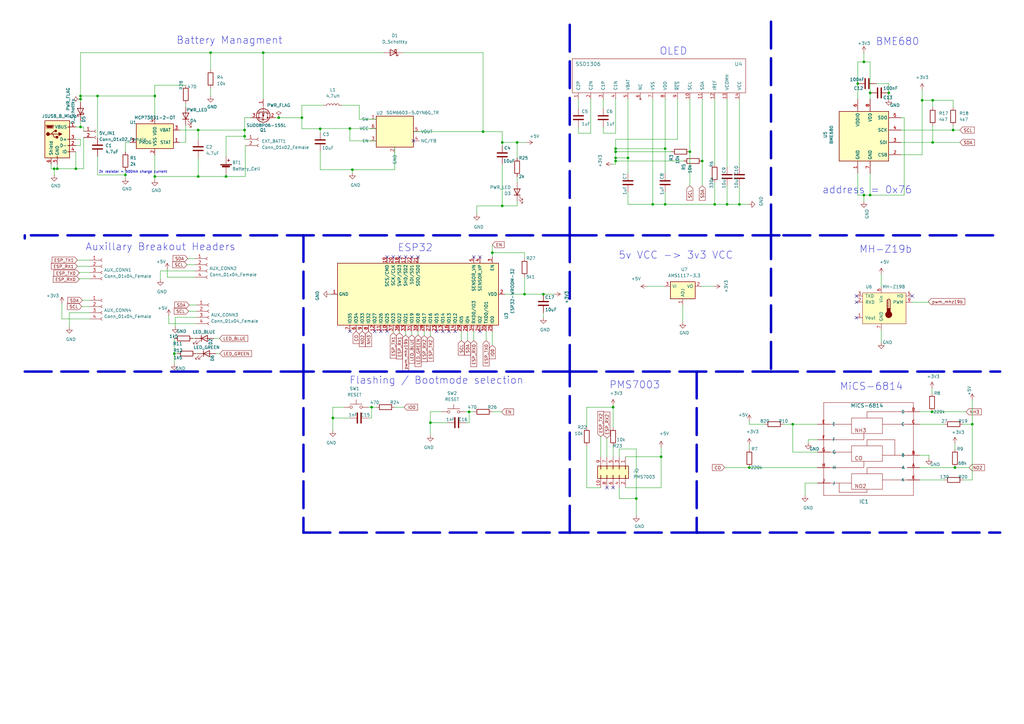
<source format=kicad_sch>
(kicad_sch (version 20210126) (generator eeschema)
  (paper "A3")
  (title_block (title "DiyAqi Esp32 Smb pcb") (date "2021-03-20") (rev "v1.0.2") (company "Elam Day-Friedland"))
  (junction (at 22.225 69.215) (diameter 0.9144))
  (junction (at 23.495 69.215) (diameter 0.9144))
  (junction (at 31.115 69.215) (diameter 0.9144))
  (junction (at 33.02 39.37) (diameter 0.9144))
  (junction (at 33.02 40.64) (diameter 0.9144))
  (junction (at 33.02 52.07) (diameter 0.9144))
  (junction (at 40.005 39.37) (diameter 0.9144))
  (junction (at 51.435 71.755) (diameter 0.9144))
  (junction (at 63.5 39.37) (diameter 0.9144))
  (junction (at 63.5 72.39) (diameter 0.9144))
  (junction (at 71.501 145.034) (diameter 0.9144))
  (junction (at 81.28 53.34) (diameter 0.9144))
  (junction (at 81.28 72.39) (diameter 0.9144))
  (junction (at 86.36 21.59) (diameter 0.9144))
  (junction (at 92.71 72.39) (diameter 0.9144))
  (junction (at 100.33 53.34) (diameter 0.9144))
  (junction (at 100.33 55.88) (diameter 0.9144))
  (junction (at 107.95 21.59) (diameter 0.9144))
  (junction (at 114.3 48.26) (diameter 0.9144))
  (junction (at 123.825 48.26) (diameter 0.9144))
  (junction (at 131.318 52.832) (diameter 0.9144))
  (junction (at 136.525 171.45) (diameter 0.9144))
  (junction (at 143.51 52.705) (diameter 0.9144))
  (junction (at 144.526 69.596) (diameter 0.9144))
  (junction (at 152.4 167.005) (diameter 0.9144))
  (junction (at 176.53 173.355) (diameter 0.9144))
  (junction (at 192.405 168.91) (diameter 0.9144))
  (junction (at 198.12 53.975) (diameter 0.9144))
  (junction (at 201.93 103.632) (diameter 0.9144))
  (junction (at 205.994 58.42) (diameter 0.9144))
  (junction (at 205.994 84.455) (diameter 0.9144))
  (junction (at 212.09 58.42) (diameter 0.9144))
  (junction (at 215.138 120.65) (diameter 0.9144))
  (junction (at 222.885 120.65) (diameter 0.9144))
  (junction (at 251.46 167.005) (diameter 0.9144))
  (junction (at 252.476 60.96) (diameter 0.9144))
  (junction (at 252.476 62.23) (diameter 0.9144))
  (junction (at 252.476 64.77) (diameter 0.9144))
  (junction (at 252.476 66.04) (diameter 0.9144))
  (junction (at 257.556 64.77) (diameter 0.9144))
  (junction (at 260.985 204.47) (diameter 0.9144))
  (junction (at 267.716 83.82) (diameter 0.9144))
  (junction (at 271.145 187.325) (diameter 0.9144))
  (junction (at 272.796 60.96) (diameter 0.9144))
  (junction (at 272.796 83.82) (diameter 0.9144))
  (junction (at 282.956 62.23) (diameter 0.9144))
  (junction (at 288.036 66.04) (diameter 0.9144))
  (junction (at 293.116 83.82) (diameter 0.9144))
  (junction (at 298.196 83.82) (diameter 0.9144))
  (junction (at 303.276 83.82) (diameter 0.9144))
  (junction (at 307.34 191.77) (diameter 0.9144))
  (junction (at 325.12 173.99) (diameter 0.9144))
  (junction (at 351.79 34.29) (diameter 0.9144))
  (junction (at 354.33 25.4) (diameter 0.9144))
  (junction (at 354.33 80.01) (diameter 0.9144))
  (junction (at 356.87 38.1) (diameter 0.9144))
  (junction (at 356.87 80.01) (diameter 0.9144))
  (junction (at 364.49 38.1) (diameter 0.9144))
  (junction (at 378.206 41.148) (diameter 0.9144))
  (junction (at 382.27 168.91) (diameter 0.9144))
  (junction (at 382.524 41.148) (diameter 0.9144))
  (junction (at 382.524 58.42) (diameter 0.9144))
  (junction (at 390.906 53.34) (diameter 0.9144))
  (junction (at 391.668 191.77) (diameter 0.9144))
  (junction (at 398.78 173.99) (diameter 0.9144))
  (no_connect (at 143.51 135.89))
  (no_connect (at 153.67 135.89))
  (no_connect (at 156.21 135.89))
  (no_connect (at 158.75 105.41))
  (no_connect (at 158.75 135.89))
  (no_connect (at 161.29 105.41))
  (no_connect (at 163.83 105.41))
  (no_connect (at 166.37 105.41))
  (no_connect (at 168.91 105.41))
  (no_connect (at 169.545 57.785))
  (no_connect (at 171.45 105.41))
  (no_connect (at 179.07 135.89))
  (no_connect (at 181.61 135.89))
  (no_connect (at 184.15 135.89))
  (no_connect (at 186.69 135.89))
  (no_connect (at 194.31 105.41))
  (no_connect (at 196.85 105.41))
  (no_connect (at 196.85 135.89))
  (no_connect (at 248.92 200.025))
  (no_connect (at 251.46 200.025))
  (no_connect (at 351.282 121.412))
  (no_connect (at 351.282 123.952))
  (no_connect (at 351.282 130.302))
  (no_connect (at 374.142 121.412))
  (wire (pts (xy 20.955 67.31) (xy 20.955 69.215)))
  (wire (pts (xy 20.955 69.215) (xy 22.225 69.215)))
  (wire (pts (xy 22.225 69.215) (xy 22.225 71.755)))
  (wire (pts (xy 22.225 69.215) (xy 23.495 69.215)))
  (wire (pts (xy 23.495 67.31) (xy 23.495 69.215)))
  (wire (pts (xy 23.495 69.215) (xy 31.115 69.215)))
  (wire (pts (xy 25.4 130.81) (xy 25.4 124.46)))
  (wire (pts (xy 28.448 128.27) (xy 28.448 134.112)))
  (wire (pts (xy 31.115 52.07) (xy 33.02 52.07)))
  (wire (pts (xy 31.115 57.15) (xy 33.02 57.15)))
  (wire (pts (xy 31.115 59.69) (xy 33.02 59.69)))
  (wire (pts (xy 31.115 62.23) (xy 31.115 69.215)))
  (wire (pts (xy 31.75 106.68) (xy 36.83 106.68)))
  (wire (pts (xy 31.75 109.22) (xy 36.83 109.22)))
  (wire (pts (xy 32.512 111.76) (xy 32.512 112.014)))
  (wire (pts (xy 32.512 114.3) (xy 32.512 114.554)))
  (wire (pts (xy 33.02 21.59) (xy 33.02 39.37)))
  (wire (pts (xy 33.02 21.59) (xy 86.36 21.59)))
  (wire (pts (xy 33.02 39.37) (xy 33.02 40.64)))
  (wire (pts (xy 33.02 40.64) (xy 33.02 41.91)))
  (wire (pts (xy 33.02 49.53) (xy 33.02 52.07)))
  (wire (pts (xy 33.02 52.07) (xy 34.29 52.07)))
  (wire (pts (xy 33.02 57.15) (xy 33.02 59.69)))
  (wire (pts (xy 33.528 125.73) (xy 36.83 125.73)))
  (wire (pts (xy 33.782 123.19) (xy 36.83 123.19)))
  (wire (pts (xy 34.29 52.07) (xy 34.29 53.848)))
  (wire (pts (xy 34.29 56.388) (xy 34.29 69.215)))
  (wire (pts (xy 34.29 69.215) (xy 31.115 69.215)))
  (wire (pts (xy 36.83 111.76) (xy 32.512 111.76)))
  (wire (pts (xy 36.83 114.3) (xy 32.512 114.3)))
  (wire (pts (xy 36.83 128.27) (xy 28.448 128.27)))
  (wire (pts (xy 36.83 130.81) (xy 25.4 130.81)))
  (wire (pts (xy 40.005 39.37) (xy 33.02 39.37)))
  (wire (pts (xy 40.005 39.37) (xy 40.005 56.515)))
  (wire (pts (xy 40.005 64.135) (xy 40.005 71.755)))
  (wire (pts (xy 40.005 71.755) (xy 51.435 71.755)))
  (wire (pts (xy 51.435 58.42) (xy 51.435 62.23)))
  (wire (pts (xy 51.435 69.85) (xy 51.435 71.755)))
  (wire (pts (xy 51.435 71.755) (xy 51.435 73.025)))
  (wire (pts (xy 53.34 58.42) (xy 51.435 58.42)))
  (wire (pts (xy 63.5 34.925) (xy 63.5 39.37)))
  (wire (pts (xy 63.5 39.37) (xy 40.005 39.37)))
  (wire (pts (xy 63.5 39.37) (xy 63.5 48.26)))
  (wire (pts (xy 63.5 63.5) (xy 63.5 72.39)))
  (wire (pts (xy 63.5 72.39) (xy 63.5 73.66)))
  (wire (pts (xy 63.5 72.39) (xy 81.28 72.39)))
  (wire (pts (xy 65.786 111.125) (xy 65.786 114.554)))
  (wire (pts (xy 68.58 113.665) (xy 68.58 110.49)))
  (wire (pts (xy 69.215 132.715) (xy 69.215 129.54)))
  (wire (pts (xy 71.501 138.811) (xy 71.501 145.034)))
  (wire (pts (xy 71.501 145.034) (xy 71.501 149.225)))
  (wire (pts (xy 71.882 130.175) (xy 71.882 133.985)))
  (wire (pts (xy 72.771 145.034) (xy 71.501 145.034)))
  (wire (pts (xy 73.66 53.34) (xy 81.28 53.34)))
  (wire (pts (xy 73.66 58.42) (xy 76.2 58.42)))
  (wire (pts (xy 76.2 34.925) (xy 63.5 34.925)))
  (wire (pts (xy 76.2 42.545) (xy 76.2 43.815)))
  (wire (pts (xy 76.2 51.435) (xy 76.2 58.42)))
  (wire (pts (xy 76.708 108.585) (xy 80.01 108.585)))
  (wire (pts (xy 76.962 106.045) (xy 80.01 106.045)))
  (wire (pts (xy 77.343 127.635) (xy 80.645 127.635)))
  (wire (pts (xy 77.597 125.095) (xy 80.645 125.095)))
  (wire (pts (xy 79.121 138.811) (xy 80.01 138.811)))
  (wire (pts (xy 80.01 111.125) (xy 65.786 111.125)))
  (wire (pts (xy 80.01 113.665) (xy 68.58 113.665)))
  (wire (pts (xy 80.391 145.034) (xy 80.899 145.034)))
  (wire (pts (xy 80.645 130.175) (xy 71.882 130.175)))
  (wire (pts (xy 80.645 132.715) (xy 69.215 132.715)))
  (wire (pts (xy 81.28 53.34) (xy 81.28 57.15)))
  (wire (pts (xy 81.28 53.34) (xy 100.33 53.34)))
  (wire (pts (xy 81.28 64.77) (xy 81.28 72.39)))
  (wire (pts (xy 81.28 72.39) (xy 92.71 72.39)))
  (wire (pts (xy 86.36 21.59) (xy 86.36 28.575)))
  (wire (pts (xy 86.36 21.59) (xy 107.95 21.59)))
  (wire (pts (xy 86.36 36.195) (xy 86.36 39.37)))
  (wire (pts (xy 87.63 138.811) (xy 90.043 138.811)))
  (wire (pts (xy 88.519 145.034) (xy 90.17 145.034)))
  (wire (pts (xy 92.71 55.88) (xy 92.71 64.135)))
  (wire (pts (xy 92.71 55.88) (xy 100.33 55.88)))
  (wire (pts (xy 92.71 71.755) (xy 92.71 72.39)))
  (wire (pts (xy 92.71 72.39) (xy 100.584 72.39)))
  (wire (pts (xy 100.33 48.26) (xy 100.33 53.34)))
  (wire (pts (xy 100.33 48.26) (xy 102.87 48.26)))
  (wire (pts (xy 100.33 53.34) (xy 100.33 55.88)))
  (wire (pts (xy 100.33 57.15) (xy 100.33 55.88)))
  (wire (pts (xy 100.33 57.15) (xy 100.965 57.15)))
  (wire (pts (xy 100.584 59.69) (xy 100.965 59.69)))
  (wire (pts (xy 100.584 72.39) (xy 100.584 59.69)))
  (wire (pts (xy 107.95 21.59) (xy 107.95 40.64)))
  (wire (pts (xy 107.95 21.59) (xy 157.48 21.59)))
  (wire (pts (xy 113.03 48.26) (xy 114.3 48.26)))
  (wire (pts (xy 114.3 48.26) (xy 123.825 48.26)))
  (wire (pts (xy 123.825 43.18) (xy 132.715 43.18)))
  (wire (pts (xy 123.825 48.26) (xy 123.825 43.18)))
  (wire (pts (xy 123.825 48.26) (xy 123.825 52.832)))
  (wire (pts (xy 131.318 52.705) (xy 131.318 52.832)))
  (wire (pts (xy 131.318 52.705) (xy 143.51 52.705)))
  (wire (pts (xy 131.318 52.832) (xy 123.825 52.832)))
  (wire (pts (xy 131.318 52.832) (xy 131.318 54.356)))
  (wire (pts (xy 131.318 61.976) (xy 131.318 69.596)))
  (wire (pts (xy 131.318 69.596) (xy 144.526 69.596)))
  (wire (pts (xy 135.89 120.65) (xy 135.255 120.65)))
  (wire (pts (xy 136.525 167.005) (xy 136.525 171.45)))
  (wire (pts (xy 136.525 171.45) (xy 136.525 176.53)))
  (wire (pts (xy 140.335 43.18) (xy 147.32 43.18)))
  (wire (pts (xy 140.97 167.005) (xy 136.525 167.005)))
  (wire (pts (xy 143.51 57.785) (xy 143.51 52.705)))
  (wire (pts (xy 143.51 57.785) (xy 154.305 57.785)))
  (wire (pts (xy 143.51 171.45) (xy 136.525 171.45)))
  (wire (pts (xy 144.526 69.596) (xy 144.526 70.866)))
  (wire (pts (xy 147.32 43.18) (xy 147.32 48.895)))
  (wire (pts (xy 147.32 48.895) (xy 154.305 48.895)))
  (wire (pts (xy 151.13 167.005) (xy 152.4 167.005)))
  (wire (pts (xy 151.13 171.45) (xy 152.4 171.45)))
  (wire (pts (xy 152.4 167.005) (xy 154.305 167.005)))
  (wire (pts (xy 152.4 171.45) (xy 152.4 167.005)))
  (wire (pts (xy 154.305 52.705) (xy 143.51 52.705)))
  (wire (pts (xy 161.29 135.89) (xy 161.29 136.525)))
  (wire (pts (xy 161.925 60.325) (xy 161.925 69.596)))
  (wire (pts (xy 161.925 69.596) (xy 144.526 69.596)))
  (wire (pts (xy 161.925 167.005) (xy 165.735 167.005)))
  (wire (pts (xy 163.83 135.89) (xy 163.83 136.525)))
  (wire (pts (xy 165.1 21.59) (xy 198.12 21.59)))
  (wire (pts (xy 166.37 135.89) (xy 166.37 137.414)))
  (wire (pts (xy 168.91 135.89) (xy 168.91 137.414)))
  (wire (pts (xy 169.545 53.975) (xy 198.12 53.975)))
  (wire (pts (xy 171.45 135.89) (xy 171.45 137.414)))
  (wire (pts (xy 173.99 135.89) (xy 173.99 137.668)))
  (wire (pts (xy 176.53 135.89) (xy 176.53 137.795)))
  (wire (pts (xy 176.53 168.91) (xy 176.53 173.355)))
  (wire (pts (xy 176.53 173.355) (xy 176.53 178.435)))
  (wire (pts (xy 180.975 168.91) (xy 176.53 168.91)))
  (wire (pts (xy 183.515 173.355) (xy 176.53 173.355)))
  (wire (pts (xy 189.23 135.89) (xy 189.23 139.7)))
  (wire (pts (xy 191.135 168.91) (xy 192.405 168.91)))
  (wire (pts (xy 191.135 173.355) (xy 192.405 173.355)))
  (wire (pts (xy 191.77 135.89) (xy 191.77 139.7)))
  (wire (pts (xy 192.405 168.91) (xy 194.31 168.91)))
  (wire (pts (xy 192.405 173.355) (xy 192.405 168.91)))
  (wire (pts (xy 194.31 135.89) (xy 194.31 139.7)))
  (wire (pts (xy 195.58 84.455) (xy 205.994 84.455)))
  (wire (pts (xy 195.58 87.757) (xy 195.58 84.455)))
  (wire (pts (xy 198.12 21.59) (xy 198.12 53.975)))
  (wire (pts (xy 198.12 53.975) (xy 205.994 53.975)))
  (wire (pts (xy 199.39 135.89) (xy 199.39 139.7)))
  (wire (pts (xy 201.93 100.33) (xy 201.93 103.632)))
  (wire (pts (xy 201.93 103.632) (xy 201.93 105.41)))
  (wire (pts (xy 201.93 103.632) (xy 215.138 103.632)))
  (wire (pts (xy 201.93 135.89) (xy 201.93 141.605)))
  (wire (pts (xy 201.93 168.91) (xy 205.74 168.91)))
  (wire (pts (xy 205.994 53.975) (xy 205.994 58.42)))
  (wire (pts (xy 205.994 58.42) (xy 205.994 59.69)))
  (wire (pts (xy 205.994 67.31) (xy 205.994 84.455)))
  (wire (pts (xy 205.994 84.455) (xy 212.09 84.455)))
  (wire (pts (xy 207.01 120.65) (xy 215.138 120.65)))
  (wire (pts (xy 212.09 58.42) (xy 205.994 58.42)))
  (wire (pts (xy 212.09 58.42) (xy 212.09 64.77)))
  (wire (pts (xy 212.09 58.42) (xy 215.9 58.42)))
  (wire (pts (xy 212.09 72.39) (xy 212.09 74.93)))
  (wire (pts (xy 212.09 82.55) (xy 212.09 84.455)))
  (wire (pts (xy 215.138 103.632) (xy 215.138 105.918)))
  (wire (pts (xy 215.138 113.538) (xy 215.138 120.65)))
  (wire (pts (xy 215.138 120.65) (xy 222.885 120.65)))
  (wire (pts (xy 222.885 120.65) (xy 227.33 120.65)))
  (wire (pts (xy 222.885 128.27) (xy 222.885 130.175)))
  (wire (pts (xy 237.236 40.64) (xy 237.236 44.45)))
  (wire (pts (xy 237.236 52.07) (xy 237.236 54.61)))
  (wire (pts (xy 240.665 167.005) (xy 251.46 167.005)))
  (wire (pts (xy 240.665 175.26) (xy 240.665 167.005)))
  (wire (pts (xy 240.665 200.025) (xy 240.665 182.88)))
  (wire (pts (xy 242.316 40.64) (xy 242.316 54.61)))
  (wire (pts (xy 242.316 54.61) (xy 237.236 54.61)))
  (wire (pts (xy 246.38 179.07) (xy 246.38 187.325)))
  (wire (pts (xy 246.38 200.025) (xy 240.665 200.025)))
  (wire (pts (xy 247.396 40.64) (xy 247.396 44.45)))
  (wire (pts (xy 247.396 52.07) (xy 247.396 54.61)))
  (wire (pts (xy 247.396 54.61) (xy 252.476 54.61)))
  (wire (pts (xy 248.92 179.705) (xy 248.92 187.325)))
  (wire (pts (xy 251.206 67.31) (xy 252.476 67.31)))
  (wire (pts (xy 251.46 166.37) (xy 251.46 167.005)))
  (wire (pts (xy 251.46 167.005) (xy 251.46 175.26)))
  (wire (pts (xy 251.46 182.88) (xy 251.46 187.325)))
  (wire (pts (xy 252.476 40.64) (xy 252.476 54.61)))
  (wire (pts (xy 252.476 57.15) (xy 252.476 60.96)))
  (wire (pts (xy 252.476 57.15) (xy 277.876 57.15)))
  (wire (pts (xy 252.476 60.96) (xy 252.476 62.23)))
  (wire (pts (xy 252.476 60.96) (xy 272.796 60.96)))
  (wire (pts (xy 252.476 62.23) (xy 252.476 64.77)))
  (wire (pts (xy 252.476 62.23) (xy 275.336 62.23)))
  (wire (pts (xy 252.476 64.77) (xy 252.476 66.04)))
  (wire (pts (xy 252.476 64.77) (xy 257.556 64.77)))
  (wire (pts (xy 252.476 66.04) (xy 252.476 67.31)))
  (wire (pts (xy 252.476 66.04) (xy 280.416 66.04)))
  (wire (pts (xy 254 184.15) (xy 260.985 184.15)))
  (wire (pts (xy 254 187.325) (xy 254 184.15)))
  (wire (pts (xy 254 200.025) (xy 254 204.47)))
  (wire (pts (xy 254 204.47) (xy 260.985 204.47)))
  (wire (pts (xy 256.54 187.325) (xy 271.145 187.325)))
  (wire (pts (xy 256.54 200.025) (xy 271.145 200.025)))
  (wire (pts (xy 257.556 64.77) (xy 257.556 40.64)))
  (wire (pts (xy 257.556 71.12) (xy 257.556 64.77)))
  (wire (pts (xy 257.556 78.74) (xy 257.556 83.82)))
  (wire (pts (xy 257.556 83.82) (xy 267.716 83.82)))
  (wire (pts (xy 260.985 184.15) (xy 260.985 204.47)))
  (wire (pts (xy 260.985 204.47) (xy 260.985 211.455)))
  (wire (pts (xy 265.43 117.475) (xy 272.415 117.475)))
  (wire (pts (xy 267.716 83.82) (xy 267.716 40.64)))
  (wire (pts (xy 271.145 187.325) (xy 271.145 183.515)))
  (wire (pts (xy 271.145 200.025) (xy 271.145 187.325)))
  (wire (pts (xy 272.796 60.96) (xy 272.796 40.64)))
  (wire (pts (xy 272.796 71.12) (xy 272.796 60.96)))
  (wire (pts (xy 272.796 78.74) (xy 272.796 83.82)))
  (wire (pts (xy 272.796 83.82) (xy 267.716 83.82)))
  (wire (pts (xy 272.796 83.82) (xy 293.116 83.82)))
  (wire (pts (xy 277.876 40.64) (xy 277.876 57.15)))
  (wire (pts (xy 280.035 125.095) (xy 280.035 132.08)))
  (wire (pts (xy 282.956 62.23) (xy 282.956 40.64)))
  (wire (pts (xy 282.956 76.2) (xy 282.956 62.23)))
  (wire (pts (xy 287.655 117.475) (xy 292.735 117.475)))
  (wire (pts (xy 288.036 66.04) (xy 288.036 40.64)))
  (wire (pts (xy 288.036 76.2) (xy 288.036 66.04)))
  (wire (pts (xy 293.116 67.31) (xy 293.116 40.64)))
  (wire (pts (xy 293.116 83.82) (xy 293.116 74.93)))
  (wire (pts (xy 293.116 83.82) (xy 298.196 83.82)))
  (wire (pts (xy 297.18 191.77) (xy 307.34 191.77)))
  (wire (pts (xy 298.196 68.58) (xy 298.196 40.64)))
  (wire (pts (xy 298.196 83.82) (xy 298.196 76.2)))
  (wire (pts (xy 298.196 83.82) (xy 303.276 83.82)))
  (wire (pts (xy 303.276 68.58) (xy 303.276 40.64)))
  (wire (pts (xy 303.276 83.82) (xy 303.276 76.2)))
  (wire (pts (xy 303.276 83.82) (xy 307.086 83.82)))
  (wire (pts (xy 307.34 172.72) (xy 307.34 173.99)))
  (wire (pts (xy 307.34 182.372) (xy 307.34 184.15)))
  (wire (pts (xy 307.34 191.77) (xy 335.28 191.77)))
  (wire (pts (xy 313.69 173.99) (xy 307.34 173.99)))
  (wire (pts (xy 321.31 173.99) (xy 325.12 173.99)))
  (wire (pts (xy 325.12 173.99) (xy 325.12 185.42)))
  (wire (pts (xy 325.12 173.99) (xy 335.28 173.99)))
  (wire (pts (xy 330.2 198.12) (xy 330.2 203.2)))
  (wire (pts (xy 331.47 180.34) (xy 331.47 181.61)))
  (wire (pts (xy 335.28 180.34) (xy 331.47 180.34)))
  (wire (pts (xy 335.28 185.42) (xy 325.12 185.42)))
  (wire (pts (xy 335.28 198.12) (xy 330.2 198.12)))
  (wire (pts (xy 351.79 25.4) (xy 351.79 34.29)))
  (wire (pts (xy 351.79 25.4) (xy 354.33 25.4)))
  (wire (pts (xy 351.79 34.29) (xy 351.79 40.64)))
  (wire (pts (xy 351.79 71.12) (xy 351.79 80.01)))
  (wire (pts (xy 351.79 80.01) (xy 354.33 80.01)))
  (wire (pts (xy 354.33 21.59) (xy 354.33 25.4)))
  (wire (pts (xy 354.33 25.4) (xy 356.87 25.4)))
  (wire (pts (xy 354.33 80.01) (xy 356.87 80.01)))
  (wire (pts (xy 354.33 82.55) (xy 354.33 80.01)))
  (wire (pts (xy 356.87 25.4) (xy 356.87 38.1)))
  (wire (pts (xy 356.87 38.1) (xy 356.87 40.64)))
  (wire (pts (xy 356.87 71.12) (xy 356.87 80.01)))
  (wire (pts (xy 359.41 34.29) (xy 364.49 34.29)))
  (wire (pts (xy 361.442 112.522) (xy 361.442 117.602)))
  (wire (pts (xy 361.442 135.382) (xy 361.442 140.462)))
  (wire (pts (xy 364.49 34.29) (xy 364.49 38.1)))
  (wire (pts (xy 364.49 38.1) (xy 364.49 40.64)))
  (wire (pts (xy 369.57 48.26) (xy 370.84 48.26)))
  (wire (pts (xy 369.57 53.34) (xy 390.906 53.34)))
  (wire (pts (xy 369.57 58.42) (xy 382.524 58.42)))
  (wire (pts (xy 369.57 63.5) (xy 378.206 63.5)))
  (wire (pts (xy 370.84 48.26) (xy 370.84 80.01)))
  (wire (pts (xy 370.84 80.01) (xy 356.87 80.01)))
  (wire (pts (xy 374.142 123.952) (xy 380.746 123.952)))
  (wire (pts (xy 377.19 168.91) (xy 382.27 168.91)))
  (wire (pts (xy 377.19 173.99) (xy 387.35 173.99)))
  (wire (pts (xy 377.19 186.69) (xy 381 186.69)))
  (wire (pts (xy 377.19 191.77) (xy 391.668 191.77)))
  (wire (pts (xy 377.19 196.85) (xy 387.35 196.85)))
  (wire (pts (xy 378.206 36.83) (xy 378.206 41.148)))
  (wire (pts (xy 378.206 41.148) (xy 382.524 41.148)))
  (wire (pts (xy 378.206 63.5) (xy 378.206 41.148)))
  (wire (pts (xy 380.746 123.952) (xy 380.746 123.698)))
  (wire (pts (xy 381 186.69) (xy 381 187.96)))
  (wire (pts (xy 382.27 159.258) (xy 382.27 161.29)))
  (wire (pts (xy 382.27 168.91) (xy 396.24 168.91)))
  (wire (pts (xy 382.524 41.148) (xy 382.524 43.942)))
  (wire (pts (xy 382.524 41.148) (xy 390.906 41.148)))
  (wire (pts (xy 382.524 51.562) (xy 382.524 58.42)))
  (wire (pts (xy 382.524 58.42) (xy 393.7 58.42)))
  (wire (pts (xy 390.906 41.148) (xy 390.906 43.942)))
  (wire (pts (xy 390.906 51.562) (xy 390.906 53.34)))
  (wire (pts (xy 390.906 53.34) (xy 393.7 53.34)))
  (wire (pts (xy 391.668 181.864) (xy 391.668 184.15)))
  (wire (pts (xy 391.668 191.77) (xy 397.51 191.77)))
  (wire (pts (xy 394.97 173.99) (xy 398.78 173.99)))
  (wire (pts (xy 394.97 196.85) (xy 398.78 196.85)))
  (wire (pts (xy 398.78 173.99) (xy 398.78 164.084)))
  (wire (pts (xy 398.78 173.99) (xy 398.78 196.85)))
  (polyline (pts (xy 10.16 96.52) (xy 10.16 97.79)) (stroke (width 1) (type dash)))
  (polyline (pts (xy 10.16 152.4) (xy 124.46 152.4)) (stroke (width 1) (type dash)))
  (polyline (pts (xy 124.46 152.4) (xy 124.46 96.52)) (stroke (width 1) (type dash)))
  (polyline (pts (xy 124.46 152.4) (xy 124.46 218.44)) (stroke (width 1) (type dash)))
  (polyline (pts (xy 124.46 218.44) (xy 233.68 218.44)) (stroke (width 1) (type dash)))
  (polyline (pts (xy 233.68 10.16) (xy 233.68 96.52)) (stroke (width 1) (type dash)))
  (polyline (pts (xy 233.68 96.52) (xy 10.16 96.52)) (stroke (width 1) (type dash)))
  (polyline (pts (xy 233.68 96.52) (xy 233.68 152.4)) (stroke (width 1) (type dash)))
  (polyline (pts (xy 233.68 96.52) (xy 321.31 96.52)) (stroke (width 1) (type dash)))
  (polyline (pts (xy 233.68 152.4) (xy 124.46 152.4)) (stroke (width 1) (type dash)))
  (polyline (pts (xy 233.68 152.4) (xy 316.23 152.4)) (stroke (width 1) (type dash)))
  (polyline (pts (xy 233.68 218.44) (xy 233.68 152.4)) (stroke (width 1) (type dash)))
  (polyline (pts (xy 285.75 152.4) (xy 285.75 218.44)) (stroke (width 1) (type dash)))
  (polyline (pts (xy 285.75 218.44) (xy 410.21 218.44)) (stroke (width 1) (type dash)))
  (polyline (pts (xy 286.385 218.44) (xy 233.68 218.44)) (stroke (width 1) (type dash)))
  (polyline (pts (xy 316.23 8.89) (xy 316.23 95.25)) (stroke (width 1) (type dash)))
  (polyline (pts (xy 316.23 95.25) (xy 316.23 152.4)) (stroke (width 1) (type dash)))
  (polyline (pts (xy 316.23 152.4) (xy 410.21 152.4)) (stroke (width 1) (type dash)))
  (polyline (pts (xy 321.31 96.52) (xy 410.21 96.52)) (stroke (width 1) (type dash)))
  (text "2k resistor = 500mA charge current\n\n" (at 68.58 72.771 180) (effects (font (size 1 1)) (justify right bottom)))
  (text "Auxillary Breakout Headers\n" (at 96.647 103.124 180) (effects (font (size 3 3)) (justify right bottom)))
  (text "Battery Managment " (at 118.237 18.415 180) (effects (font (size 3 3)) (justify right bottom)))
  (text "ESP32\n" (at 177.546 103.505 180) (effects (font (size 3 3)) (justify right bottom)))
  (text "Flashing / Bootmode selection\n" (at 214.757 157.861 180) (effects (font (size 3 3)) (justify right bottom)))
  (text "PMS7003 \n\n\n" (at 273.05 169.418 180) (effects (font (size 3 3)) (justify right bottom)))
  (text "OLED\n" (at 281.94 22.86 180) (effects (font (size 3 3)) (justify right bottom)))
  (text "5v VCC -> 3v3 VCC\n" (at 300.736 106.553 180) (effects (font (size 3 3)) (justify right bottom)))
  (text "MiCS-6814\n" (at 370.459 160.401 180) (effects (font (size 3 3)) (justify right bottom)))
  (text "address = 0x76\n" (at 374.142 79.756 180) (effects (font (size 3 3)) (justify right bottom)))
  (text "MH-Z19b\n" (at 374.142 104.14 180) (effects (font (size 3 3)) (justify right bottom)))
  (text "BME680\n" (at 377.063 18.923 180) (effects (font (size 3 3)) (justify right bottom)))
  (global_label "ESP_TX1" (shape input) (at 31.75 106.68 180) (property "Intersheet References" "${INTERSHEET_REFS}" (effects hide)))
  (global_label "ESP_RX1" (shape input) (at 31.75 109.22 180) (property "Intersheet References" "${INTERSHEET_REFS}" (effects hide)))
  (global_label "ESP_TX0" (shape input) (at 32.512 112.014 180) (property "Intersheet References" "${INTERSHEET_REFS}" (effects hide)))
  (global_label "ESP_RX0" (shape input) (at 32.512 114.554 180) (property "Intersheet References" "${INTERSHEET_REFS}" (effects hide)))
  (global_label "SCL" (shape input) (at 33.528 125.73 180) (property "Intersheet References" "${INTERSHEET_REFS}" (effects hide)))
  (global_label "SDA" (shape input) (at 33.782 123.19 180) (property "Intersheet References" "${INTERSHEET_REFS}" (effects hide)))
  (global_label "SCL" (shape input) (at 76.708 108.585 180) (property "Intersheet References" "${INTERSHEET_REFS}" (effects hide)))
  (global_label "SDA" (shape input) (at 76.962 106.045 180) (property "Intersheet References" "${INTERSHEET_REFS}" (effects hide)))
  (global_label "SCL" (shape input) (at 77.343 127.635 180) (property "Intersheet References" "${INTERSHEET_REFS}" (effects hide)))
  (global_label "SDA" (shape input) (at 77.597 125.095 180) (property "Intersheet References" "${INTERSHEET_REFS}" (effects hide)))
  (global_label "LED_BLUE" (shape input) (at 90.043 138.811 0) (property "Intersheet References" "${INTERSHEET_REFS}" (effects hide)))
  (global_label "LED_GREEN" (shape input) (at 90.17 145.034 0) (property "Intersheet References" "${INTERSHEET_REFS}" (effects hide)))
  (global_label "CO" (shape input) (at 146.05 135.89 270) (property "Intersheet References" "${INTERSHEET_REFS}" (effects hide)))
  (global_label "NO2" (shape input) (at 148.59 135.89 270) (property "Intersheet References" "${INTERSHEET_REFS}" (effects hide)))
  (global_label "NH3" (shape input) (at 151.13 135.89 270) (property "Intersheet References" "${INTERSHEET_REFS}" (effects hide)))
  (global_label "ESP_TX1" (shape input) (at 161.29 136.525 270) (property "Intersheet References" "${INTERSHEET_REFS}" (effects hide)))
  (global_label "ESP_RX1" (shape input) (at 163.83 136.525 270) (property "Intersheet References" "${INTERSHEET_REFS}" (effects hide)))
  (global_label "IO0" (shape input) (at 165.735 167.005 0) (property "Intersheet References" "${INTERSHEET_REFS}" (effects hide)))
  (global_label "pwm_mhz19b" (shape input) (at 166.37 137.414 270) (property "Intersheet References" "${INTERSHEET_REFS}" (effects hide)))
  (global_label "LED_BLUE" (shape input) (at 168.91 137.414 270) (property "Intersheet References" "${INTERSHEET_REFS}" (effects hide)))
  (global_label "LED_GREEN" (shape input) (at 171.45 137.414 270) (property "Intersheet References" "${INTERSHEET_REFS}" (effects hide)))
  (global_label "ESP_RX2" (shape input) (at 173.99 137.668 270) (property "Intersheet References" "${INTERSHEET_REFS}" (effects hide)))
  (global_label "ESP_TX2" (shape input) (at 176.53 137.795 270) (property "Intersheet References" "${INTERSHEET_REFS}" (effects hide)))
  (global_label "SCL" (shape input) (at 189.23 139.7 270) (property "Intersheet References" "${INTERSHEET_REFS}" (effects hide)))
  (global_label "SDA" (shape input) (at 191.77 139.7 270) (property "Intersheet References" "${INTERSHEET_REFS}" (effects hide)))
  (global_label "ESP_RX0" (shape input) (at 194.31 139.7 270) (property "Intersheet References" "${INTERSHEET_REFS}" (effects hide)))
  (global_label "ESP_TX0" (shape input) (at 199.39 139.7 270) (property "Intersheet References" "${INTERSHEET_REFS}" (effects hide)))
  (global_label "EN" (shape input) (at 201.93 100.33 0) (property "Intersheet References" "${INTERSHEET_REFS}" (effects hide)))
  (global_label "IO0" (shape input) (at 201.93 141.605 270) (property "Intersheet References" "${INTERSHEET_REFS}" (effects hide)))
  (global_label "EN" (shape input) (at 205.74 168.91 0) (property "Intersheet References" "${INTERSHEET_REFS}" (effects hide)))
  (global_label "ESP_TX2" (shape input) (at 246.38 179.07 90) (property "Intersheet References" "${INTERSHEET_REFS}" (effects hide)))
  (global_label "ESP_RX2" (shape input) (at 248.92 179.705 90) (property "Intersheet References" "${INTERSHEET_REFS}" (effects hide)))
  (global_label "SCL" (shape input) (at 282.956 76.2 270) (property "Intersheet References" "${INTERSHEET_REFS}" (effects hide)))
  (global_label "SDA" (shape input) (at 288.036 76.2 270) (property "Intersheet References" "${INTERSHEET_REFS}" (effects hide)))
  (global_label "CO" (shape input) (at 297.18 191.77 180) (property "Intersheet References" "${INTERSHEET_REFS}" (effects hide)))
  (global_label "pwm_mhz19b" (shape input) (at 380.746 123.698 0) (property "Intersheet References" "${INTERSHEET_REFS}" (effects hide)))
  (global_label "SCL" (shape input) (at 393.7 53.34 0) (property "Intersheet References" "${INTERSHEET_REFS}" (effects hide)))
  (global_label "SDA" (shape input) (at 393.7 58.42 0) (property "Intersheet References" "${INTERSHEET_REFS}" (effects hide)))
  (global_label "NH3" (shape input) (at 396.24 168.91 0) (property "Intersheet References" "${INTERSHEET_REFS}" (effects hide)))
  (global_label "NO2" (shape input) (at 397.51 191.77 0) (property "Intersheet References" "${INTERSHEET_REFS}" (effects hide)))
  (symbol (lib_id "power:PWR_FLAG") (at 33.02 40.64 90) (unit 1)
    (property "Reference" "#FLG0102" (effects hide))
    (property "Value" "PWR_FLAG" (at 27.94 40.64 0))
  )
  (symbol (lib_id "power:PWR_FLAG") (at 114.3 48.26 0) (unit 1)
    (property "Reference" "#FLG0101" (effects hide))
    (property "Value" "PWR_FLAG" (at 114.3 43.18 0))
  )
  (symbol (lib_id "power:+3V3") (at 25.4 124.46 0) (unit 1)
    (property "Reference" "#PWR0132" (effects hide))
    (property "Value" "+3V3" (at 21.59 121.285 0))
  )
  (symbol (lib_id "power:+5V") (at 68.58 110.49 0) (unit 1)
    (property "Reference" "#PWR0130" (effects hide))
    (property "Value" "+5V" (at 66.04 107.315 0))
  )
  (symbol (lib_id "power:+5V") (at 69.215 129.54 0) (unit 1)
    (property "Reference" "#PWR0129" (effects hide))
    (property "Value" "+5V" (at 66.675 126.365 0))
  )
  (symbol (lib_id "power:+5V") (at 215.9 58.42 270) (unit 1)
    (property "Reference" "#PWR0101" (effects hide))
    (property "Value" "+5V" (at 217.17 55.88 90) (effects (justify left)))
  )
  (symbol (lib_id "power:+3V3") (at 227.33 120.65 270) (unit 1)
    (property "Reference" "#PWR0104" (effects hide))
    (property "Value" "+3V3" (at 232.41 121.92 0))
  )
  (symbol (lib_id "power:+3V3") (at 251.206 67.31 90) (unit 1)
    (property "Reference" "#PWR0105" (effects hide))
    (property "Value" "+3V3" (at 246.126 66.04 0))
  )
  (symbol (lib_id "power:+3V3") (at 251.46 166.37 0) (unit 1)
    (property "Reference" "#PWR0126" (effects hide))
    (property "Value" "+3V3" (at 252.73 161.29 0))
  )
  (symbol (lib_id "power:+5V") (at 265.43 117.475 90) (unit 1)
    (property "Reference" "#PWR0122" (effects hide))
    (property "Value" "+5V" (at 262.89 114.3 90) (effects (justify left)))
  )
  (symbol (lib_id "power:+5V") (at 271.145 183.515 0) (unit 1)
    (property "Reference" "#PWR0124" (effects hide))
    (property "Value" "+5V" (at 272.415 177.8 0))
  )
  (symbol (lib_id "power:+3V3") (at 292.735 117.475 270) (unit 1)
    (property "Reference" "#PWR0106" (effects hide))
    (property "Value" "+3V3" (at 297.815 117.475 0))
  )
  (symbol (lib_id "power:+5V") (at 307.34 172.72 0) (unit 1)
    (property "Reference" "#PWR0121" (effects hide))
    (property "Value" "+5V" (at 304.8 170.18 0))
  )
  (symbol (lib_id "power:+3.3V") (at 307.34 182.372 0) (unit 1)
    (property "Reference" "#PWR0118" (effects hide))
    (property "Value" "+3.3V" (at 308.61 177.038 0))
  )
  (symbol (lib_id "power:+3V3") (at 354.33 21.59 0) (unit 1)
    (property "Reference" "#PWR0114" (effects hide))
    (property "Value" "+3V3" (at 354.33 17.78 0))
  )
  (symbol (lib_id "power:+5V") (at 361.442 112.522 0) (unit 1)
    (property "Reference" "#PWR0109" (effects hide))
    (property "Value" "+5V" (at 362.712 107.442 0))
  )
  (symbol (lib_id "power:+3V3") (at 378.206 36.83 0) (unit 1)
    (property "Reference" "#PWR0108" (effects hide))
    (property "Value" "+3V3" (at 378.206 31.75 0))
  )
  (symbol (lib_id "power:+3.3V") (at 382.27 159.258 0) (unit 1)
    (property "Reference" "#PWR0112" (effects hide))
    (property "Value" "+3.3V" (at 382.778 154.432 0))
  )
  (symbol (lib_id "power:+3.3V") (at 391.668 181.864 0) (unit 1)
    (property "Reference" "#PWR0111" (effects hide))
    (property "Value" "+3.3V" (at 392.938 177.292 0))
  )
  (symbol (lib_id "power:+5V") (at 398.78 164.084 0) (unit 1)
    (property "Reference" "#PWR0117" (effects hide))
    (property "Value" "+5V" (at 397.51 160.274 90))
  )
  (symbol (lib_id "Device:L") (at 136.525 43.18 90) (unit 1)
    (property "Reference" "L1" (at 136.525 36.83 90))
    (property "Value" "4.7uH" (at 136.525 39.37 90))
    (property "Footprint" "Capacitor_SMD:C_0805_2012Metric" (effects hide))
    (property "LCSC" "C479902 " (effects hide))
    (property "Mouser" "SCMI201209U4R7KT" (effects hide))
  )
  (symbol (lib_id "power:GND") (at 22.225 71.755 0) (unit 1)
    (property "Reference" "#PWR01" (effects hide))
    (property "Value" "GND" (at 22.86 76.2 0))
  )
  (symbol (lib_id "power:GND") (at 28.448 134.112 0) (unit 1)
    (property "Reference" "#PWR0131" (effects hide))
    (property "Value" "GND" (at 29.083 139.192 0))
  )
  (symbol (lib_id "power:GND") (at 51.435 73.025 0) (unit 1)
    (property "Reference" "#PWR02" (effects hide))
    (property "Value" "GND" (at 52.07 77.47 0))
  )
  (symbol (lib_id "power:GND") (at 63.5 73.66 0) (unit 1)
    (property "Reference" "#PWR03" (effects hide))
    (property "Value" "GND" (at 64.135 78.105 0))
  )
  (symbol (lib_id "power:GND") (at 65.786 114.554 0) (unit 1)
    (property "Reference" "#PWR0127" (effects hide))
    (property "Value" "GND" (at 66.421 119.634 0))
  )
  (symbol (lib_id "power:GND") (at 71.501 149.225 0) (unit 1)
    (property "Reference" "#PWR0135" (effects hide))
    (property "Value" "GND" (at 74.041 151.13 0))
  )
  (symbol (lib_id "power:GND") (at 71.882 133.985 0) (unit 1)
    (property "Reference" "#PWR0128" (effects hide))
    (property "Value" "GND" (at 74.422 135.89 0))
  )
  (symbol (lib_id "power:GND") (at 86.36 39.37 0) (unit 1)
    (property "Reference" "#PWR0102" (effects hide))
    (property "Value" "GND" (at 86.995 43.815 0))
  )
  (symbol (lib_id "power:GND") (at 135.255 120.65 270) (unit 1)
    (property "Reference" "#PWR0103" (effects hide))
    (property "Value" "GND" (at 130.175 121.285 0))
  )
  (symbol (lib_id "power:GND") (at 136.525 176.53 0) (mirror y) (unit 1)
    (property "Reference" "#PWR07" (effects hide))
    (property "Value" "GND" (at 135.89 181.61 0))
  )
  (symbol (lib_id "power:GND") (at 144.526 70.866 0) (unit 1)
    (property "Reference" "#PWR04" (effects hide))
    (property "Value" "GND" (at 145.796 75.946 0))
  )
  (symbol (lib_id "power:GND") (at 176.53 178.435 0) (mirror y) (unit 1)
    (property "Reference" "#PWR08" (effects hide))
    (property "Value" "GND" (at 175.895 183.515 0))
  )
  (symbol (lib_id "power:GND") (at 195.58 87.757 0) (unit 1)
    (property "Reference" "#PWR0134" (effects hide))
    (property "Value" "GND" (at 196.342 93.091 0))
  )
  (symbol (lib_id "power:GND") (at 222.885 130.175 0) (unit 1)
    (property "Reference" "#PWR0133" (effects hide))
    (property "Value" "GND" (at 223.52 135.255 0))
  )
  (symbol (lib_id "power:GND") (at 260.985 211.455 0) (unit 1)
    (property "Reference" "#PWR0125" (effects hide))
    (property "Value" "GND" (at 262.255 215.9 0))
  )
  (symbol (lib_id "power:GND") (at 280.035 132.08 0) (unit 1)
    (property "Reference" "#PWR0123" (effects hide))
    (property "Value" "GND" (at 280.67 136.525 0))
  )
  (symbol (lib_id "power:GND") (at 307.086 83.82 90) (unit 1)
    (property "Reference" "#PWR0113" (effects hide))
    (property "Value" "GND" (at 312.166 82.55 0))
  )
  (symbol (lib_id "power:GND") (at 330.2 203.2 0) (unit 1)
    (property "Reference" "#PWR0119" (effects hide))
    (property "Value" "GND" (at 331.47 208.28 0))
  )
  (symbol (lib_id "power:GND") (at 331.47 181.61 0) (unit 1)
    (property "Reference" "#PWR0120" (effects hide))
    (property "Value" "GND" (at 334.01 184.15 0))
  )
  (symbol (lib_id "power:GND") (at 354.33 82.55 0) (unit 1)
    (property "Reference" "#PWR0115" (effects hide))
    (property "Value" "GND" (at 355.6 85.725 90) (effects (justify right)))
  )
  (symbol (lib_id "power:GND") (at 361.442 140.462 0) (unit 1)
    (property "Reference" "#PWR0110" (effects hide))
    (property "Value" "GND" (at 363.982 140.462 0))
  )
  (symbol (lib_id "power:GND") (at 364.49 40.64 0) (unit 1)
    (property "Reference" "#PWR0107" (effects hide))
    (property "Value" "GND" (at 367.03 43.18 0))
  )
  (symbol (lib_id "power:GND") (at 381 187.96 0) (unit 1)
    (property "Reference" "#PWR0116" (effects hide))
    (property "Value" "GND" (at 383.54 190.5 0))
  )
  (symbol (lib_id "Device:R") (at 51.435 66.04 0) (unit 1)
    (property "Reference" "R1" (at 53.34 64.77 0) (effects (justify left)))
    (property "Value" "2k" (at 53.34 67.31 0) (effects (justify left)))
    (property "Footprint" "Capacitor_SMD:C_0805_2012Metric" (effects hide))
    (property "LCSC" "C328391" (effects hide))
    (property "Mouser" "AECR0805F2K00K9" (effects hide))
  )
  (symbol (lib_id "Device:R") (at 75.311 138.811 90) (unit 1)
    (property "Reference" "R11" (at 72.898 140.97 90))
    (property "Value" "1k5" (at 71.247 137.922 90))
    (property "Footprint" "Capacitor_SMD:C_0805_2012Metric" (effects hide))
    (property "LCSC" "C203762" (effects hide))
    (property "Mouser" "CR0805-FX-1501ELF" (effects hide))
  )
  (symbol (lib_id "Device:R") (at 76.2 38.735 180) (unit 1)
    (property "Reference" "R28" (at 74.295 34.925 90))
    (property "Value" "470" (at 78.74 35.56 0))
    (property "Footprint" "Capacitor_SMD:C_0805_2012Metric" (effects hide))
    (property "LCSC" "C136570" (effects hide))
    (property "Mouser" "RS-05K4700FT" (effects hide))
  )
  (symbol (lib_id "Device:R") (at 76.581 145.034 90) (unit 1)
    (property "Reference" "R12" (at 73.025 143.764 90))
    (property "Value" "1k5" (at 73.025 146.685 90))
    (property "Footprint" "Capacitor_SMD:C_0805_2012Metric" (effects hide))
    (property "LCSC" "C203762" (effects hide))
    (property "Mouser" "CR0805-FX-1501ELF" (effects hide))
  )
  (symbol (lib_id "Device:R") (at 86.36 32.385 0) (unit 1)
    (property "Reference" "R4" (at 88.9 31.75 0) (effects (justify left)))
    (property "Value" "10k" (at 88.9 34.29 0) (effects (justify left)))
    (property "Footprint" "Capacitor_SMD:C_0805_2012Metric" (effects hide))
    (property "LCSC" "C269724" (effects hide))
    (property "Mouser" " 71-TNPU080510K0AWEN " (effects hide))
  )
  (symbol (lib_id "Device:R") (at 158.115 167.005 90) (unit 1)
    (property "Reference" "R24" (at 161.925 165.1 90))
    (property "Value" "470" (at 153.67 165.1 90))
    (property "Footprint" "Capacitor_SMD:C_0805_2012Metric" (effects hide))
    (property "LCSC" "C136570" (effects hide))
    (property "Mouser" "RS-05K4700FT" (effects hide))
  )
  (symbol (lib_id "Device:R") (at 198.12 168.91 90) (unit 1)
    (property "Reference" "R26" (at 201.93 167.005 90))
    (property "Value" "470" (at 193.675 167.005 90))
    (property "Footprint" "Capacitor_SMD:C_0805_2012Metric" (effects hide))
    (property "LCSC" "C136570" (effects hide))
    (property "Mouser" "RS-05K4700FT" (effects hide))
  )
  (symbol (lib_id "Device:R") (at 212.09 68.58 0) (unit 1)
    (property "Reference" "R25" (at 212.725 64.77 0) (effects (justify left)))
    (property "Value" "2k" (at 212.725 72.39 0) (effects (justify left)))
    (property "Footprint" "Capacitor_SMD:C_0805_2012Metric" (effects hide))
    (property "LCSC" "C328391" (effects hide))
    (property "Mouser" "AECR0805F2K00K9" (effects hide))
  )
  (symbol (lib_id "Device:R") (at 215.138 109.728 0) (unit 1)
    (property "Reference" "R27" (at 215.773 105.918 0) (effects (justify left)))
    (property "Value" "5k1" (at 215.773 113.538 0) (effects (justify left)))
    (property "Footprint" "Capacitor_SMD:C_0805_2012Metric" (effects hide))
    (property "LCSC" "C328405" (effects hide))
    (property "Mouser" " 71-CRCW06035K10FKEAC " (effects hide))
  )
  (symbol (lib_id "Device:R") (at 240.665 179.07 0) (unit 1)
    (property "Reference" "R22" (at 236.855 175.26 0) (effects (justify left)))
    (property "Value" "10k" (at 235.585 177.8 0) (effects (justify left)))
    (property "Footprint" "Capacitor_SMD:C_0805_2012Metric" (effects hide))
    (property "LCSC" "C269724" (effects hide))
    (property "Mouser" " 71-TNPU080510K0AWEN " (effects hide))
  )
  (symbol (lib_id "Device:R") (at 251.46 179.07 180) (unit 1)
    (property "Reference" "R23" (at 255.27 182.88 0) (effects (justify left)))
    (property "Value" "10k" (at 256.54 180.34 0) (effects (justify left)))
    (property "Footprint" "Capacitor_SMD:C_0805_2012Metric" (effects hide))
    (property "LCSC" "C269724" (effects hide))
    (property "Mouser" " 71-TNPU080510K0AWEN " (effects hide))
  )
  (symbol (lib_id "Device:R") (at 279.146 62.23 90) (unit 1)
    (property "Reference" "R3" (at 275.336 66.04 0) (effects (justify left)))
    (property "Value" "10k" (at 277.876 67.31 0) (effects (justify left)))
    (property "Footprint" "Capacitor_SMD:C_0805_2012Metric" (effects hide))
    (property "LCSC" "C269724" (effects hide))
    (property "Mouser" " 71-TNPU080510K0AWEN " (effects hide))
  )
  (symbol (lib_id "Device:R") (at 284.226 66.04 90) (unit 1)
    (property "Reference" "R5" (at 280.416 69.85 0) (effects (justify left)))
    (property "Value" "10k" (at 282.956 71.12 0) (effects (justify left)))
    (property "Footprint" "Capacitor_SMD:C_0805_2012Metric" (effects hide))
    (property "LCSC" "C269724" (effects hide))
    (property "Mouser" " 71-TNPU080510K0AWEN " (effects hide))
  )
  (symbol (lib_id "Device:R") (at 293.116 71.12 180) (unit 1)
    (property "Reference" "R6" (at 291.846 67.31 90))
    (property "Value" "330k" (at 291.846 74.93 90))
    (property "Footprint" "Capacitor_SMD:C_0805_2012Metric" (effects hide))
    (property "LCSC" " C328392 " (effects hide))
    (property "Mouser" "AECR0805F330KK9" (effects hide))
  )
  (symbol (lib_id "Device:R") (at 307.34 187.96 0) (unit 1)
    (property "Reference" "R7" (at 308.102 184.15 0) (effects (justify left)))
    (property "Value" "220k" (at 307.848 191.77 0) (effects (justify left)))
    (property "Footprint" "Capacitor_SMD:C_0805_2012Metric" (effects hide))
    (property "LCSC" "C294696 " (effects hide))
    (property "Mouser" "RS-05K224JT" (effects hide))
  )
  (symbol (lib_id "Device:R") (at 317.5 173.99 90) (unit 1)
    (property "Reference" "R10" (at 321.31 172.72 90))
    (property "Value" "820" (at 313.69 172.72 90))
    (property "Footprint" "Capacitor_SMD:C_0805_2012Metric" (effects hide))
    (property "LCSC" "C352174" (effects hide))
    (property "Mouser" "AECR0805F820RK9" (effects hide))
  )
  (symbol (lib_id "Device:R") (at 382.27 165.1 0) (unit 1)
    (property "Reference" "R8" (at 383.032 161.29 0) (effects (justify left)))
    (property "Value" "220k" (at 382.778 168.91 0) (effects (justify left)))
    (property "Footprint" "Capacitor_SMD:C_0805_2012Metric" (effects hide))
    (property "LCSC" "C294696 " (effects hide))
    (property "Mouser" "RS-05K224JT" (effects hide))
  )
  (symbol (lib_id "Device:R") (at 382.524 47.752 0) (unit 1)
    (property "Reference" "R17" (at 385.064 46.482 0) (effects (justify left)))
    (property "Value" "4k7" (at 385.064 49.022 0) (effects (justify left)))
    (property "Footprint" "Capacitor_SMD:C_0805_2012Metric" (effects hide))
    (property "LCSC" "C269733" (effects hide))
    (property "Mouser" "RMC08054.7K5%N" (effects hide))
  )
  (symbol (lib_id "Device:R") (at 390.906 47.752 0) (unit 1)
    (property "Reference" "R18" (at 393.446 46.482 0) (effects (justify left)))
    (property "Value" "4k7" (at 393.446 49.022 0) (effects (justify left)))
    (property "Footprint" "Capacitor_SMD:C_0805_2012Metric" (effects hide))
    (property "LCSC" "C269733" (effects hide))
    (property "Mouser" "RMC08054.7K5%N" (effects hide))
  )
  (symbol (lib_id "Device:R") (at 391.16 173.99 90) (unit 1)
    (property "Reference" "R19" (at 394.97 172.72 90))
    (property "Value" "27" (at 387.35 172.72 90))
    (property "Footprint" "Capacitor_SMD:C_0805_2012Metric" (effects hide))
    (property "LCSC" "C104178" (effects hide))
    (property "Mouser" "RTT0527R0FTP" (effects hide))
  )
  (symbol (lib_id "Device:R") (at 391.16 196.85 90) (unit 1)
    (property "Reference" "R20" (at 394.97 195.58 90))
    (property "Value" "130" (at 387.35 195.58 90))
    (property "Footprint" "Capacitor_SMD:C_0805_2012Metric" (effects hide))
    (property "LCSC" " C17451 " (effects hide))
    (property "Mouser" "CR0805-FX-1300ELF" (effects hide))
  )
  (symbol (lib_id "Device:R") (at 391.668 187.96 0) (unit 1)
    (property "Reference" "R9" (at 392.43 184.15 0) (effects (justify left)))
    (property "Value" "68k" (at 392.938 189.992 0) (effects (justify left)))
    (property "Footprint" "Capacitor_SMD:C_0805_2012Metric" (effects hide))
    (property "LCSC" "C445663 " (effects hide))
    (property "Mouser" "ERA6AEB683V" (effects hide))
  )
  (symbol (lib_id "Device:D_Schottky") (at 33.02 45.72 90) (unit 1)
    (property "Reference" "D5" (at 34.29 48.895 0))
    (property "Value" "D_Schottky" (at 29.845 45.72 0))
    (property "Footprint" "Diode_SMD:D_SOD-123" (effects hide))
    (property "LCSC" "C8598" (effects hide))
    (property "Mouser" " 833-B5819W-TP " (effects hide))
  )
  (symbol (lib_id "Device:D_Schottky") (at 161.29 21.59 180) (unit 1)
    (property "Reference" "D1" (at 161.925 14.605 0))
    (property "Value" "D_Schottky" (at 161.925 17.145 0))
    (property "Footprint" "Diode_SMD:D_SOD-123" (effects hide))
    (property "LCSC" "C8598" (effects hide))
    (property "Mouser" " 833-B5819W-TP " (effects hide))
  )
  (symbol (lib_id "Connector:Conn_01x02_Female") (at 39.37 53.848 0) (unit 1)
    (property "Reference" "5V_IN1" (at 40.64 54.61 0) (effects (justify left)))
    (property "Value" "Conn_01x02_Female" (at 40.64 57.15 0) (effects (justify left)))
    (property "Footprint" "Connector_PinHeader_2.54mm:PinHeader_1x02_P2.54mm_Vertical" (effects hide))
    (property "LCSC" "C124375" (effects hide))
    (property "mfr_part_num" "C124375" (effects hide))
  )
  (symbol (lib_id "Connector:Conn_01x02_Female") (at 106.045 57.15 0) (unit 1)
    (property "Reference" "EXT_BATT1" (at 107.315 57.912 0) (effects (justify left)))
    (property "Value" "Conn_01x02_Female" (at 107.315 60.452 0) (effects (justify left)))
    (property "Footprint" "Connector_PinHeader_2.54mm:PinHeader_1x02_P2.54mm_Vertical" (effects hide))
    (property "LCSC" "C124375" (effects hide))
    (property "Mouser" "801-87-040-10-001101" (effects hide))
    (property "notes" "MOUSER FEMALE 40 pins per unit" (effects hide))
  )
  (symbol (lib_id "Device:LED") (at 76.2 47.625 90) (unit 1)
    (property "Reference" "D4" (at 80.645 49.53 90) (effects (justify left)))
    (property "Value" "PWR_LED" (at 85.09 45.085 90) (effects (justify left)))
    (property "Footprint" "LED_SMD:LED_0805_2012Metric" (effects hide))
    (property "LCSC" "C72037" (effects hide))
    (property "Mouser" " 755-SML-H12U8TT86C " (effects hide))
  )
  (symbol (lib_id "Device:LED") (at 83.82 138.811 0) (unit 1)
    (property "Reference" "D2" (at 86.36 138.811 90) (effects (justify right)))
    (property "Value" "LED_BLUE" (at 88.392 136.144 0) (effects (justify right)))
    (property "Footprint" "Capacitor_SMD:C_0805_2012Metric" (effects hide))
    (property "LCSC" " C192320 " (effects hide))
    (property "Mouser" "TJ-S2012SW8TGLC6B-A5" (effects hide))
  )
  (symbol (lib_id "Device:LED") (at 84.709 145.034 0) (unit 1)
    (property "Reference" "D6" (at 87.122 145.542 90) (effects (justify right)))
    (property "Value" "LED_GREEN" (at 90.17 142.494 0) (effects (justify right)))
    (property "Footprint" "Capacitor_SMD:C_0805_2012Metric" (effects hide))
    (property "LCSC" "C440522" (effects hide))
    (property "Mouser" "TJ-S2012CY8T5ALC2G-A5" (effects hide))
  )
  (symbol (lib_id "Device:LED") (at 212.09 78.74 90) (unit 1)
    (property "Reference" "D3" (at 209.55 79.375 90) (effects (justify left)))
    (property "Value" "PWR_LED" (at 209.55 76.835 90) (effects (justify left)))
    (property "Footprint" "LED_SMD:LED_0805_2012Metric" (effects hide))
    (property "LCSC" "C72037" (effects hide))
    (property "Mouser" " 755-SML-H12U8TT86C " (effects hide))
  )
  (symbol (lib_id "Device:C") (at 40.005 60.325 0) (unit 1)
    (property "Reference" "C1" (at 43.18 59.69 0) (effects (justify left)))
    (property "Value" "4.7uF" (at 43.18 62.23 0) (effects (justify left)))
    (property "Footprint" "Capacitor_SMD:C_1206_3216Metric" (effects hide))
    (property "LCSC" "C412617" (effects hide))
    (property "Mouser" " 963-UMJ316BC7475KLHT " (effects hide))
  )
  (symbol (lib_id "Device:C") (at 81.28 60.96 0) (unit 1)
    (property "Reference" "C2" (at 84.455 60.325 0) (effects (justify left)))
    (property "Value" "4.7uF" (at 84.455 62.865 0) (effects (justify left)))
    (property "Footprint" "Capacitor_SMD:C_1206_3216Metric" (effects hide))
    (property "LCSC" "C412617" (effects hide))
    (property "Mouser" " 963-UMJ316BC7475KLHT " (effects hide))
  )
  (symbol (lib_id "Device:Battery_Cell") (at 92.71 69.215 0) (unit 1)
    (property "Reference" "BT1" (at 95.25 66.675 0) (effects (justify left)))
    (property "Value" "Battery_Cell" (at 95.25 69.215 0) (effects (justify left)))
    (property "Footprint" "Connector_JST:JST_EH_S2B-EH_1x02_P2.50mm_Horizontal" (effects hide))
    (property "LCSC" "C225399" (effects hide))
    (property "mfr_part_num" "A2501WR-2P" (effects hide))
  )
  (symbol (lib_id "Device:C") (at 131.318 58.166 0) (unit 1)
    (property "Reference" "C3" (at 132.334 55.118 0) (effects (justify left)))
    (property "Value" "10uF" (at 132.08 60.706 0) (effects (justify left)))
    (property "Footprint" "Capacitor_SMD:C_1206_3216Metric" (effects hide))
    (property "LCSC" "C92797 " (effects hide))
    (property "Mouser" " 963-UMJ316BC7475KLHT " (effects hide))
  )
  (symbol (lib_id "Device:C") (at 147.32 171.45 90) (unit 1)
    (property "Reference" "C15" (at 149.86 170.18 90))
    (property "Value" "1nF" (at 144.78 170.18 90))
    (property "Footprint" "Capacitor_SMD:C_0805_2012Metric" (effects hide))
    (property "LCSC" "C309046" (effects hide))
    (property "Mouser" "TCC0805X7R102K501DTS" (effects hide))
  )
  (symbol (lib_id "Device:C") (at 187.325 173.355 90) (unit 1)
    (property "Reference" "C16" (at 189.865 172.085 90))
    (property "Value" "1nF" (at 184.785 172.085 90))
    (property "Footprint" "Capacitor_SMD:C_0805_2012Metric" (effects hide))
    (property "LCSC" "C309046" (effects hide))
    (property "Mouser" "TCC0805X7R102K501DTS" (effects hide))
  )
  (symbol (lib_id "Device:C") (at 205.994 63.5 0) (unit 1)
    (property "Reference" "C4" (at 206.756 60.706 0) (effects (justify left)))
    (property "Value" "10uF" (at 206.375 66.04 0) (effects (justify left)))
    (property "Footprint" "Capacitor_SMD:C_1206_3216Metric" (effects hide))
    (property "LCSC" "C92797 " (effects hide))
    (property "Mouser" " 963-UMJ316BC7475KLHT " (effects hide))
  )
  (symbol (lib_id "Device:C") (at 222.885 124.46 0) (unit 1)
    (property "Reference" "C17" (at 223.52 121.92 0) (effects (justify left)))
    (property "Value" "10uF" (at 223.52 127 0) (effects (justify left)))
    (property "Footprint" "Capacitor_SMD:C_0805_2012Metric" (effects hide))
    (property "LCSC" " C40894 " (effects hide))
    (property "Mouser" "0805X106K250NT" (effects hide))
    (property "mfr_part_num" "oops ordered this in 0805" (effects hide))
  )
  (symbol (lib_id "Device:C") (at 237.236 48.26 0) (unit 1)
    (property "Reference" "C5" (at 238.506 45.72 0) (effects (justify left)))
    (property "Value" "1uF" (at 238.506 50.8 0) (effects (justify left)))
    (property "Footprint" "Capacitor_SMD:C_0805_2012Metric" (effects hide))
    (property "LCSC" "C28323" (effects hide))
    (property "Mouser" " 187-CL21B105KBFNNNE " (effects hide))
  )
  (symbol (lib_id "Device:C") (at 247.396 48.26 0) (unit 1)
    (property "Reference" "C6" (at 248.666 45.72 0) (effects (justify left)))
    (property "Value" "1uF" (at 248.666 50.8 0) (effects (justify left)))
    (property "Footprint" "Capacitor_SMD:C_0805_2012Metric" (effects hide))
    (property "LCSC" "C28323" (effects hide))
    (property "Mouser" " 187-CL21B105KBFNNNE " (effects hide))
  )
  (symbol (lib_id "Device:C") (at 257.556 74.93 0) (unit 1)
    (property "Reference" "C7" (at 256.286 73.66 90) (effects (justify left)))
    (property "Value" "1uF" (at 256.286 80.01 90) (effects (justify left)))
    (property "Footprint" "Capacitor_SMD:C_0805_2012Metric" (effects hide))
    (property "LCSC" "C28323" (effects hide))
    (property "Mouser" " 187-CL21B105KBFNNNE " (effects hide))
  )
  (symbol (lib_id "Device:C") (at 272.796 74.93 0) (unit 1)
    (property "Reference" "C8" (at 271.526 73.66 90) (effects (justify left)))
    (property "Value" "1uF" (at 271.526 80.01 90) (effects (justify left)))
    (property "Footprint" "Capacitor_SMD:C_0805_2012Metric" (effects hide))
    (property "LCSC" "C28323" (effects hide))
    (property "Mouser" " 187-CL21B105KBFNNNE " (effects hide))
  )
  (symbol (lib_id "Device:C") (at 298.196 72.39 180) (unit 1)
    (property "Reference" "C9" (at 296.926 69.85 90))
    (property "Value" "10uF" (at 296.926 74.93 90))
    (property "Footprint" "Capacitor_SMD:C_0805_2012Metric" (effects hide))
    (property "LCSC" " C40894 " (effects hide))
    (property "Mouser" "0805X106K250NT" (effects hide))
    (property "mfr_part_num" "oops ordered this in 0805" (effects hide))
  )
  (symbol (lib_id "Device:C") (at 303.276 72.39 180) (unit 1)
    (property "Reference" "C10" (at 302.006 69.85 90))
    (property "Value" "10uF" (at 302.006 74.93 90))
    (property "Footprint" "Capacitor_SMD:C_0805_2012Metric" (effects hide))
    (property "LCSC" " C40894 " (effects hide))
    (property "Mouser" "0805X106K250NT" (effects hide))
    (property "mfr_part_num" "oops ordered this in 0805" (effects hide))
  )
  (symbol (lib_id "Device:C") (at 355.6 34.29 90) (unit 1)
    (property "Reference" "C12" (at 354.076 36.195 90) (effects (justify left)))
    (property "Value" "100nF" (at 354.584 32.639 90) (effects (justify left)))
    (property "Footprint" "Capacitor_SMD:C_0805_2012Metric" (effects hide))
    (property "LCSC" "C495959" (effects hide))
    (property "Mouser" "C0805X104K101TB" (effects hide))
  )
  (symbol (lib_id "Device:C") (at 360.68 38.1 270) (unit 1)
    (property "Reference" "C13" (at 362.204 40.005 90) (effects (justify left)))
    (property "Value" "100nF" (at 362.204 36.195 90) (effects (justify left)))
    (property "Footprint" "Capacitor_SMD:C_0805_2012Metric" (effects hide))
    (property "LCSC" "C495959" (effects hide))
    (property "Mouser" "C0805X104K101TB" (effects hide))
  )
  (symbol (lib_id "Switch:SW_Push") (at 146.05 167.005 0) (mirror y) (unit 1)
    (property "Reference" "SW1" (at 145.415 159.385 0))
    (property "Value" "RESET" (at 145.415 161.925 0))
    (property "Footprint" "Button_Switch_SMD:SW_SPST_Omron_B3FS-101xP" (effects hide))
    (property "LCSC" "C589246" (effects hide))
    (property "Mouser" "ST-1102W-4.3" (effects hide))
  )
  (symbol (lib_id "Switch:SW_Push") (at 186.055 168.91 0) (mirror y) (unit 1)
    (property "Reference" "SW2" (at 185.42 161.29 0))
    (property "Value" "RESET" (at 185.42 163.83 0))
    (property "Footprint" "Button_Switch_SMD:SW_SPST_Omron_B3FS-101xP" (effects hide))
    (property "LCSC" "C589246" (effects hide))
    (property "Mouser" "ST-1102W-4.3" (effects hide))
  )
  (symbol (lib_id "Connector:Conn_01x04_Female") (at 41.91 109.22 0) (unit 1)
    (property "Reference" "AUX_CONN1" (at 42.672 110.744 0) (effects (justify left)))
    (property "Value" "Conn_01x04_Female" (at 42.672 113.284 0) (effects (justify left)))
    (property "Footprint" "Connector_PinHeader_2.54mm:PinHeader_1x04_P2.54mm_Vertical" (effects hide))
    (property "LCSC" "C124413" (effects hide))
    (property "Mouser" " 571-9-146278-0 " (effects hide))
    (property "notes" "MOUSER MALE 40 pins per unit" (effects hide))
  )
  (symbol (lib_id "Connector:Conn_01x04_Female") (at 41.91 125.73 0) (unit 1)
    (property "Reference" "AUX_CONN4" (at 42.672 127.254 0) (effects (justify left)))
    (property "Value" "Conn_01x04_Female" (at 42.672 129.794 0) (effects (justify left)))
    (property "Footprint" "Connector_PinHeader_2.54mm:PinHeader_1x04_P2.54mm_Vertical" (effects hide))
    (property "LCSC" "C124413" (effects hide))
    (property "Mouser" " 571-9-146278-0 " (effects hide))
    (property "notes" "MOUSER MALE 40 pins per unit" (effects hide))
  )
  (symbol (lib_id "Connector:Conn_01x04_Female") (at 85.09 108.585 0) (unit 1)
    (property "Reference" "AUX_CONN2" (at 85.852 110.109 0) (effects (justify left)))
    (property "Value" "Conn_01x04_Female" (at 85.852 112.649 0) (effects (justify left)))
    (property "Footprint" "Connector_PinHeader_2.54mm:PinHeader_1x04_P2.54mm_Vertical" (effects hide))
    (property "LCSC" "C124413" (effects hide))
    (property "Mouser" " 571-9-146278-0 " (effects hide))
    (property "notes" "MOUSER MALE 40 pins per unit" (effects hide))
  )
  (symbol (lib_id "Connector:Conn_01x04_Female") (at 85.725 127.635 0) (unit 1)
    (property "Reference" "AUX_CONN3" (at 86.487 129.159 0) (effects (justify left)))
    (property "Value" "Conn_01x04_Female" (at 86.487 131.699 0) (effects (justify left)))
    (property "Footprint" "Connector_PinHeader_2.54mm:PinHeader_1x04_P2.54mm_Vertical" (effects hide))
    (property "LCSC" "C124413" (effects hide))
    (property "Mouser" " 571-9-146278-0 " (effects hide))
    (property "notes" "MOUSER MALE 40 pins per unit" (effects hide))
  )
  (symbol (lib_id "Transistor_FET:SUD08P06-155L") (at 107.95 45.72 270) (unit 1)
    (property "Reference" "Q1" (at 107.95 53.34 90))
    (property "Value" "SUD08P06-155L" (at 109.22 51.435 90))
    (property "Footprint" "Package_TO_SOT_SMD:TO-252-2" (effects hide))
    (property "Datasheet" "https://www.vishay.com/docs/62843/sud08p06-155l-ge3.pdf" (effects hide))
    (property "LCSC" "C558294" (effects hide))
    (property "Mouser" " 781-SUD08P06-155L-E3 " (effects hide))
  )
  (symbol (lib_id "Regulator_Linear:AMS1117") (at 280.035 117.475 0) (unit 1)
    (property "Reference" "U7" (at 280.67 110.49 0))
    (property "Value" "AMS1117-3.3" (at 280.67 113.03 0))
    (property "Footprint" "Package_TO_SOT_SMD:SOT-223-3_TabPin2" (effects hide))
    (property "Datasheet" "http://www.advanced-monolithic.com/pdf/ds1117.pdf" (effects hide))
    (property "LCSC" "C369933" (effects hide))
    (property "mfr_part_num" "AMS1117-3.3" (effects hide))
    (property "Mouser" " 595-REG1117-3.3/2K5 " (effects hide))
  )
  (symbol (lib_id "Connector_Generic:Conn_02x05_Odd_Even") (at 251.46 192.405 270) (unit 1)
    (property "Reference" "J2" (at 259.715 193.04 90) (effects (justify left)))
    (property "Value" "PMS7003" (at 259.715 195.58 90) (effects (justify left)))
    (property "Footprint" "mics:PMS7003" (effects hide))
    (property "Datasheet" "https://www.espruino.com/datasheets/PMS7003.pdf" (effects hide))
    (property "LCSC" "C84815 " (effects hide))
    (property "mfr_part_num" "PMS7003" (effects hide))
  )
  (symbol (lib_id "Connector:USB_B_Micro") (at 23.495 57.15 0) (unit 1)
    (property "Reference" "J1" (at 18.415 47.625 0))
    (property "Value" "USB_B_Micro" (at 25.4 47.625 0))
    (property "Footprint" "Connector_USB:USB_Micro-B_Molex-105017-0001" (effects hide))
    (property "LCSC" "C404969" (effects hide))
    (property "mfr_part_num" "MicroXNJ" (effects hide))
  )
  (symbol (lib_id "Battery_Management:MCP73831-2-OT") (at 63.5 55.88 0) (unit 1)
    (property "Reference" "U1" (at 54.61 50.165 0))
    (property "Value" "MCP73831-2-OT" (at 63.5 48.26 0))
    (property "Footprint" "Package_TO_SOT_SMD:SOT-23-5" (effects hide))
    (property "Datasheet" "http://ww1.microchip.com/downloads/en/DeviceDoc/20001984g.pdf" (effects hide))
    (property "LCSC" "C424093" (effects hide))
    (property "Mouser" " 579-MCP73831T-2ACIOT " (effects hide))
  )
  (symbol (lib_id "mh-z19b:MH-Z19B") (at 361.442 126.492 0) (unit 1) (in_bom no)
    (property "Reference" "U6" (at 356.362 117.602 0))
    (property "Value" "MH-Z19B" (at 366.522 117.602 0))
    (property "Footprint" "mics:Winsen_MH-Z19B" (effects hide))
    (property "Datasheet" "https://www.winsen-sensor.com/d/files/MH-Z19B.pdf" (effects hide))
    (property "LCSC" "C242514" (effects hide))
    (property "mfr_part_num" "MH-Z19B" (effects hide))
  )
  (symbol (lib_id "Driver_FET:LTC4440ES6") (at 161.925 55.245 0) (unit 1)
    (property "Reference" "U2" (at 154.305 46.355 0) (effects (justify left)))
    (property "Value" "SGM6603-5.0YN6G_TR" (at 158.369 46.228 0) (effects (justify left)))
    (property "Footprint" "Package_TO_SOT_SMD:SOT-23-6" (effects hide))
    (property "Datasheet" "https://www.analog.com/media/en/technical-documentation/data-sheets/4440fb.pdf" (effects hide))
    (property "LCSC" "C79689" (effects hide))
    (property "Mouser" "SGM6603-5.0YN6G/TR" (effects hide))
  )
  (symbol (lib_id "Sensor:BME680") (at 354.33 55.88 0) (unit 1)
    (property "Reference" "U5" (at 338.455 55.245 90))
    (property "Value" "BME680" (at 340.995 55.245 90))
    (property "Footprint" "Package_LGA:Bosch_LGA-8_3x3mm_P0.8mm_ClockwisePinNumbering" (effects hide))
    (property "Datasheet" "https://ae-bst.resource.bosch.com/media/_tech/media/datasheets/BST-BME680-DS001.pdf" (effects hide))
    (property "LCSC" "C125972" (effects hide))
    (property "mfr_part_num" "BME680" (effects hide))
    (property "Mouser" " 262-BME680 " (effects hide))
  )
  (symbol (lib_id "oled_.91:SSD1306") (at 270.256 40.64 0) (unit 1)
    (property "Reference" "U4" (at 304.546 25.4 0) (effects (font (size 1.524 1.524)) (justify right top)))
    (property "Value" "SSD1306" (at 235.966 25.4 0) (effects (font (size 1.524 1.524)) (justify left top)))
    (property "Footprint" "stuff:SSD1306_OLED-0.91-128x32" (effects hide))
    (property "Datasheet" "https://datasheet.lcsc.com/szlcsc/1809291515_Shenzhen-Allvision-Tech-QG-2832TLBFG02_C91220.pdf" (effects hide))
    (property "LCSC" "C91220" (effects hide))
    (property "mfr_part_num" "QG-2832TLBFG02" (effects hide))
  )
  (symbol (lib_id "mics:MiCS-6814") (at 335.28 204.47 0) (unit 1) (in_bom no)
    (property "Reference" "IC1" (at 354.33 205.74 0) (effects (font (size 1.524 1.524))))
    (property "Value" "MiCS-6814" (at 355.6 166.37 0) (effects (font (size 1.524 1.524))))
    (property "Footprint" "mics:SENSOR_MICS-6814" (effects hide))
    (property "Mouser" "523-MICS-6814 " (effects hide))
    (property "mfr_part_num" "MICS-6814" (effects hide))
  )
  (symbol (lib_id "RF_Module:ESP32-WROOM-32") (at 171.45 120.65 270) (unit 1)
    (property "Reference" "U3" (at 207.645 129.54 0))
    (property "Value" "ESP32-WROOM-32" (at 210.185 119.38 0))
    (property "Footprint" "RF_Module:ESP32-WROOM-32" (effects hide))
    (property "Datasheet" "https://www.espressif.com/sites/default/files/documentation/esp32-wroom-32_datasheet_en.pdf" (effects hide))
    (property "LCSC" "C82899" (effects hide))
    (property "Mouser" " 356-ESPWROOM3216MB " (effects hide))
  )
)
</source>
